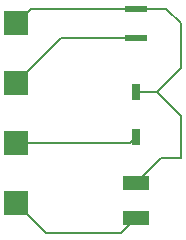
<source format=gbr>
G04 EAGLE Gerber RS-274X export*
G75*
%MOMM*%
%FSLAX34Y34*%
%LPD*%
%INTop Copper*%
%IPPOS*%
%AMOC8*
5,1,8,0,0,1.08239X$1,22.5*%
G01*
G04 Define Apertures*
%ADD10R,1.900000X0.500000*%
%ADD11R,2.000000X2.000000*%
%ADD12R,0.750000X1.350000*%
%ADD13R,2.300000X1.230000*%
%ADD14C,0.152400*%
D10*
X139700Y342700D03*
X139700Y317700D03*
D11*
X38100Y330200D03*
X38100Y279400D03*
X38100Y228600D03*
X38100Y177800D03*
D12*
X139700Y271843D03*
X139700Y233843D03*
D13*
X139700Y165100D03*
X139700Y195100D03*
D14*
X38100Y279400D02*
X76400Y317700D01*
X139700Y317700D01*
X50600Y342700D02*
X38100Y330200D01*
X50600Y342700D02*
X139700Y342700D01*
X165300Y342700D01*
X177800Y330200D01*
X177800Y292100D01*
X157543Y271843D01*
X139700Y271843D01*
X160500Y215900D02*
X139700Y195100D01*
X160500Y215900D02*
X177800Y215900D01*
X177800Y251585D01*
X157543Y271843D01*
X139700Y233843D02*
X134458Y228600D01*
X38100Y228600D01*
X38100Y177800D02*
X63500Y152400D01*
X127000Y152400D01*
X139700Y165100D01*
M02*

</source>
